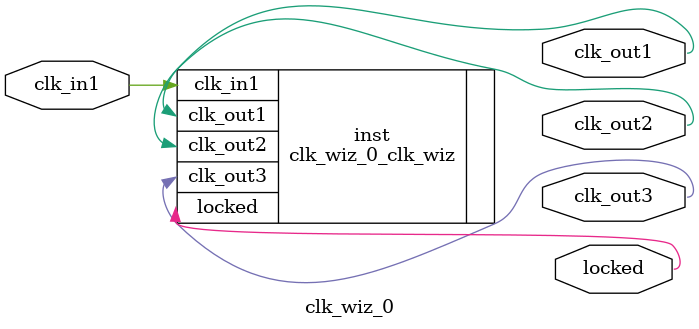
<source format=v>


`timescale 1ps/1ps

(* CORE_GENERATION_INFO = "clk_wiz_0,clk_wiz_v6_0_14_0_0,{component_name=clk_wiz_0,use_phase_alignment=true,use_min_o_jitter=false,use_max_i_jitter=false,use_dyn_phase_shift=false,use_inclk_switchover=false,use_dyn_reconfig=false,enable_axi=0,feedback_source=FDBK_AUTO,PRIMITIVE=MMCM,num_out_clk=3,clkin1_period=20.000,clkin2_period=10.000,use_power_down=false,use_reset=false,use_locked=true,use_inclk_stopped=false,feedback_type=SINGLE,CLOCK_MGR_TYPE=NA,manual_override=false}" *)

module clk_wiz_0 
 (
  // Clock out ports
  output        clk_out1,
  output        clk_out2,
  output        clk_out3,
  // Status and control signals
  output        locked,
 // Clock in ports
  input         clk_in1
 );

  clk_wiz_0_clk_wiz inst
  (
  // Clock out ports  
  .clk_out1(clk_out1),
  .clk_out2(clk_out2),
  .clk_out3(clk_out3),
  // Status and control signals               
  .locked(locked),
 // Clock in ports
  .clk_in1(clk_in1)
  );

endmodule

</source>
